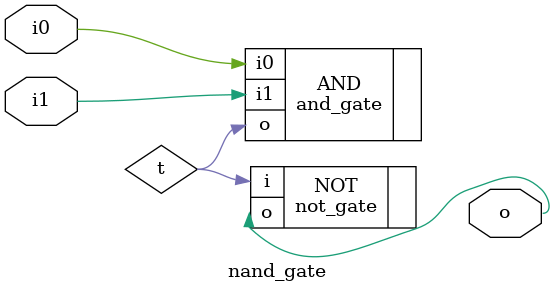
<source format=v>
`timescale 1ns / 1ps


module nand_gate (i0, i1, o);
    input   wire    i0, i1;    
    output  wire    o;
            wire    t;
    
    and_gate AND (.i0(i0), .i1(i1), .o(t));
    not_gate NOT (.i(t), .o(o));
endmodule

</source>
